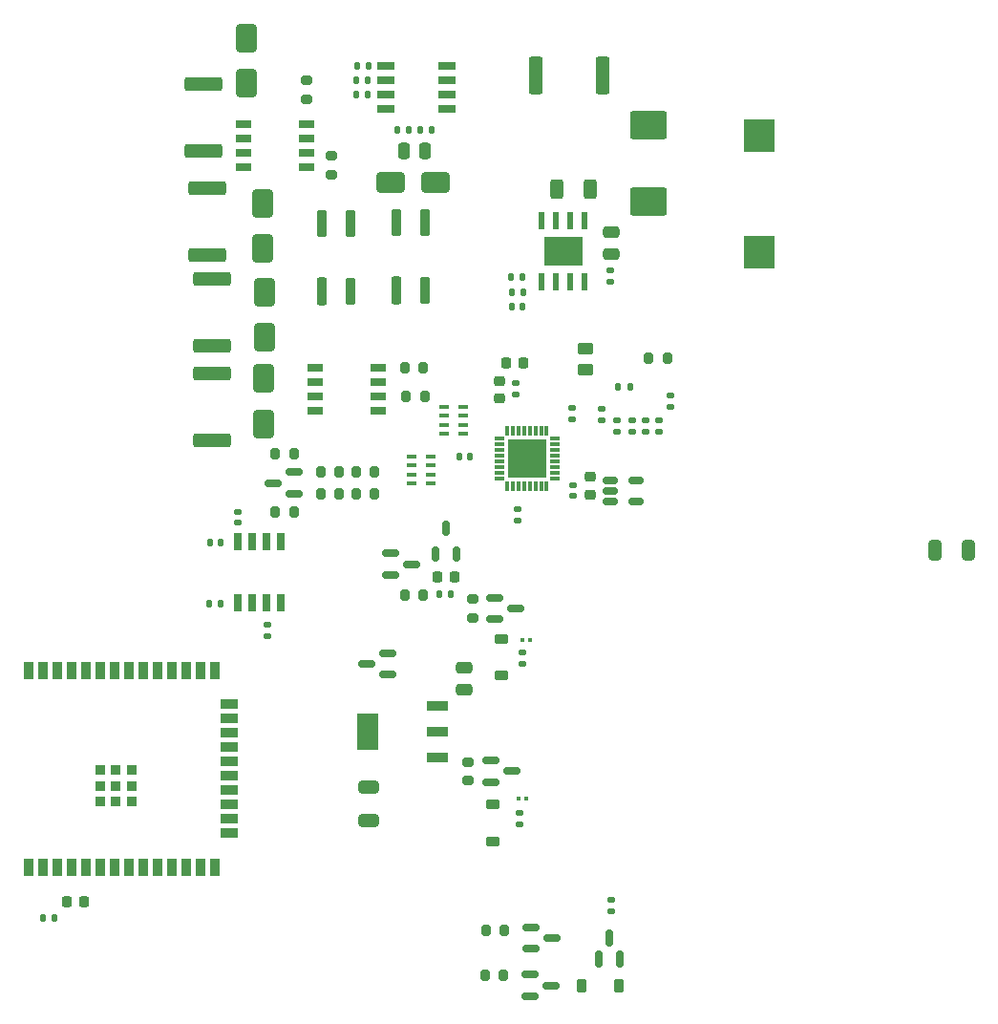
<source format=gbr>
G04 #@! TF.GenerationSoftware,KiCad,Pcbnew,7.0.8*
G04 #@! TF.CreationDate,2023-11-27T13:48:01+01:00*
G04 #@! TF.ProjectId,ESP32-POE-Wiegand-Relay-REV-A,45535033-322d-4504-9f45-2d5769656761,rev?*
G04 #@! TF.SameCoordinates,Original*
G04 #@! TF.FileFunction,Paste,Top*
G04 #@! TF.FilePolarity,Positive*
%FSLAX46Y46*%
G04 Gerber Fmt 4.6, Leading zero omitted, Abs format (unit mm)*
G04 Created by KiCad (PCBNEW 7.0.8) date 2023-11-27 13:48:01*
%MOMM*%
%LPD*%
G01*
G04 APERTURE LIST*
G04 Aperture macros list*
%AMRoundRect*
0 Rectangle with rounded corners*
0 $1 Rounding radius*
0 $2 $3 $4 $5 $6 $7 $8 $9 X,Y pos of 4 corners*
0 Add a 4 corners polygon primitive as box body*
4,1,4,$2,$3,$4,$5,$6,$7,$8,$9,$2,$3,0*
0 Add four circle primitives for the rounded corners*
1,1,$1+$1,$2,$3*
1,1,$1+$1,$4,$5*
1,1,$1+$1,$6,$7*
1,1,$1+$1,$8,$9*
0 Add four rect primitives between the rounded corners*
20,1,$1+$1,$2,$3,$4,$5,0*
20,1,$1+$1,$4,$5,$6,$7,0*
20,1,$1+$1,$6,$7,$8,$9,0*
20,1,$1+$1,$8,$9,$2,$3,0*%
G04 Aperture macros list end*
%ADD10RoundRect,0.250000X1.425000X-0.362500X1.425000X0.362500X-1.425000X0.362500X-1.425000X-0.362500X0*%
%ADD11RoundRect,0.250000X-0.650000X1.000000X-0.650000X-1.000000X0.650000X-1.000000X0.650000X1.000000X0*%
%ADD12RoundRect,0.225000X-0.225000X1.025000X-0.225000X-1.025000X0.225000X-1.025000X0.225000X1.025000X0*%
%ADD13RoundRect,0.225000X-0.225000X0.975000X-0.225000X-0.975000X0.225000X-0.975000X0.225000X0.975000X0*%
%ADD14R,2.790000X2.920000*%
%ADD15RoundRect,0.250000X0.650000X-1.000000X0.650000X1.000000X-0.650000X1.000000X-0.650000X-1.000000X0*%
%ADD16R,0.900000X0.400000*%
%ADD17R,3.400000X3.400000*%
%ADD18R,0.850000X0.300000*%
%ADD19R,0.300000X0.850000*%
%ADD20RoundRect,0.200000X-0.200000X-0.275000X0.200000X-0.275000X0.200000X0.275000X-0.200000X0.275000X0*%
%ADD21RoundRect,0.150000X-0.587500X-0.150000X0.587500X-0.150000X0.587500X0.150000X-0.587500X0.150000X0*%
%ADD22RoundRect,0.150000X0.150000X-0.587500X0.150000X0.587500X-0.150000X0.587500X-0.150000X-0.587500X0*%
%ADD23RoundRect,0.250000X-0.362500X-1.425000X0.362500X-1.425000X0.362500X1.425000X-0.362500X1.425000X0*%
%ADD24RoundRect,0.250000X-1.000000X-0.650000X1.000000X-0.650000X1.000000X0.650000X-1.000000X0.650000X0*%
%ADD25R,1.850000X3.200000*%
%ADD26R,1.850000X0.900000*%
%ADD27RoundRect,0.250000X1.400000X1.000000X-1.400000X1.000000X-1.400000X-1.000000X1.400000X-1.000000X0*%
%ADD28R,1.528000X0.650000*%
%ADD29RoundRect,0.135000X-0.185000X0.135000X-0.185000X-0.135000X0.185000X-0.135000X0.185000X0.135000X0*%
%ADD30RoundRect,0.225000X-0.250000X0.225000X-0.250000X-0.225000X0.250000X-0.225000X0.250000X0.225000X0*%
%ADD31RoundRect,0.079500X0.079500X0.100500X-0.079500X0.100500X-0.079500X-0.100500X0.079500X-0.100500X0*%
%ADD32RoundRect,0.225000X0.375000X-0.225000X0.375000X0.225000X-0.375000X0.225000X-0.375000X-0.225000X0*%
%ADD33RoundRect,0.135000X0.185000X-0.135000X0.185000X0.135000X-0.185000X0.135000X-0.185000X-0.135000X0*%
%ADD34RoundRect,0.135000X-0.135000X-0.185000X0.135000X-0.185000X0.135000X0.185000X-0.135000X0.185000X0*%
%ADD35RoundRect,0.150000X0.150000X-0.512500X0.150000X0.512500X-0.150000X0.512500X-0.150000X-0.512500X0*%
%ADD36RoundRect,0.200000X0.200000X0.275000X-0.200000X0.275000X-0.200000X-0.275000X0.200000X-0.275000X0*%
%ADD37RoundRect,0.250000X-0.650000X0.325000X-0.650000X-0.325000X0.650000X-0.325000X0.650000X0.325000X0*%
%ADD38RoundRect,0.140000X0.170000X-0.140000X0.170000X0.140000X-0.170000X0.140000X-0.170000X-0.140000X0*%
%ADD39RoundRect,0.250000X-0.475000X0.250000X-0.475000X-0.250000X0.475000X-0.250000X0.475000X0.250000X0*%
%ADD40R,0.900000X0.900000*%
%ADD41R,0.900000X1.500000*%
%ADD42R,1.500000X0.900000*%
%ADD43RoundRect,0.250000X-0.450000X0.262500X-0.450000X-0.262500X0.450000X-0.262500X0.450000X0.262500X0*%
%ADD44RoundRect,0.140000X0.140000X0.170000X-0.140000X0.170000X-0.140000X-0.170000X0.140000X-0.170000X0*%
%ADD45RoundRect,0.135000X0.135000X0.185000X-0.135000X0.185000X-0.135000X-0.185000X0.135000X-0.185000X0*%
%ADD46R,1.450000X0.700000*%
%ADD47RoundRect,0.150000X-0.512500X-0.150000X0.512500X-0.150000X0.512500X0.150000X-0.512500X0.150000X0*%
%ADD48RoundRect,0.225000X0.225000X0.250000X-0.225000X0.250000X-0.225000X-0.250000X0.225000X-0.250000X0*%
%ADD49R,0.650000X1.528000*%
%ADD50R,3.510000X2.620000*%
%ADD51R,0.600000X1.600000*%
%ADD52RoundRect,0.150000X0.587500X0.150000X-0.587500X0.150000X-0.587500X-0.150000X0.587500X-0.150000X0*%
%ADD53RoundRect,0.140000X-0.170000X0.140000X-0.170000X-0.140000X0.170000X-0.140000X0.170000X0.140000X0*%
%ADD54RoundRect,0.225000X-0.225000X-0.375000X0.225000X-0.375000X0.225000X0.375000X-0.225000X0.375000X0*%
%ADD55RoundRect,0.200000X0.275000X-0.200000X0.275000X0.200000X-0.275000X0.200000X-0.275000X-0.200000X0*%
%ADD56RoundRect,0.200000X-0.275000X0.200000X-0.275000X-0.200000X0.275000X-0.200000X0.275000X0.200000X0*%
%ADD57RoundRect,0.250000X0.312500X0.625000X-0.312500X0.625000X-0.312500X-0.625000X0.312500X-0.625000X0*%
%ADD58RoundRect,0.140000X-0.140000X-0.170000X0.140000X-0.170000X0.140000X0.170000X-0.140000X0.170000X0*%
%ADD59RoundRect,0.250000X-0.325000X-0.650000X0.325000X-0.650000X0.325000X0.650000X-0.325000X0.650000X0*%
%ADD60RoundRect,0.225000X0.250000X-0.225000X0.250000X0.225000X-0.250000X0.225000X-0.250000X-0.225000X0*%
%ADD61RoundRect,0.250000X0.250000X0.475000X-0.250000X0.475000X-0.250000X-0.475000X0.250000X-0.475000X0*%
%ADD62RoundRect,0.250000X0.475000X-0.250000X0.475000X0.250000X-0.475000X0.250000X-0.475000X-0.250000X0*%
G04 APERTURE END LIST*
D10*
X196450000Y-55387500D03*
X196450000Y-61312500D03*
D11*
X201050000Y-59800000D03*
X201050000Y-55800000D03*
D12*
X206230000Y-48050000D03*
D13*
X208770000Y-48050000D03*
X208770000Y-42050000D03*
X206230000Y-42050000D03*
X212780000Y-41950000D03*
X215320000Y-41950000D03*
X215320000Y-47950000D03*
D12*
X212780000Y-47950000D03*
D14*
X245000000Y-44590000D03*
X245000000Y-34300000D03*
D15*
X199500000Y-25650000D03*
X199500000Y-29650000D03*
X200950000Y-40250000D03*
X200950000Y-44250000D03*
D11*
X201150000Y-48150000D03*
X201150000Y-52150000D03*
D16*
X214150000Y-65100000D03*
X214150000Y-64300000D03*
X214150000Y-63500000D03*
X214150000Y-62700000D03*
X215850000Y-62700000D03*
X215850000Y-63500000D03*
X215850000Y-64300000D03*
X215850000Y-65100000D03*
D17*
X224400000Y-62900000D03*
D18*
X226850000Y-61150000D03*
X226850000Y-61650000D03*
X226850000Y-62150000D03*
X226850000Y-62650000D03*
X226850000Y-63150000D03*
X226850000Y-63650000D03*
X226850000Y-64150000D03*
X226850000Y-64650000D03*
D19*
X226150000Y-65350000D03*
X225650000Y-65350000D03*
X225150000Y-65350000D03*
X224650000Y-65350000D03*
X224150000Y-65350000D03*
X223650000Y-65350000D03*
X223150000Y-65350000D03*
X222650000Y-65350000D03*
D18*
X221950000Y-64650000D03*
X221950000Y-64150000D03*
X221950000Y-63650000D03*
X221950000Y-63150000D03*
X221950000Y-62650000D03*
X221950000Y-62150000D03*
X221950000Y-61650000D03*
X221950000Y-61150000D03*
D19*
X222650000Y-60450000D03*
X223150000Y-60450000D03*
X223650000Y-60450000D03*
X224150000Y-60450000D03*
X224650000Y-60450000D03*
X225150000Y-60450000D03*
X225650000Y-60450000D03*
X226150000Y-60450000D03*
D20*
X215225000Y-75000000D03*
X213575000Y-75000000D03*
D10*
X196500000Y-46937500D03*
X196500000Y-52862500D03*
D21*
X223437500Y-76200000D03*
X221562500Y-77150000D03*
X221562500Y-75250000D03*
D22*
X231700000Y-105400000D03*
X232650000Y-107275000D03*
X230750000Y-107275000D03*
D23*
X231072500Y-28900000D03*
X225147500Y-28900000D03*
D24*
X216300000Y-38400000D03*
X212300000Y-38400000D03*
D25*
X210300000Y-87100000D03*
D26*
X216500000Y-84800000D03*
X216500000Y-87100000D03*
X216500000Y-89400000D03*
D27*
X235200000Y-33300000D03*
X235200000Y-40100000D03*
D28*
X217311000Y-28095000D03*
X217311000Y-29365000D03*
X217311000Y-30635000D03*
X217311000Y-31905000D03*
X211889000Y-31905000D03*
X211889000Y-30635000D03*
X211889000Y-29365000D03*
X211889000Y-28095000D03*
D29*
X223600000Y-68410000D03*
X223600000Y-67390000D03*
D30*
X230000000Y-66075000D03*
X230000000Y-64525000D03*
D31*
X224315000Y-93000000D03*
X223625000Y-93000000D03*
D32*
X221400000Y-93500000D03*
X221400000Y-96800000D03*
D33*
X234900000Y-59500000D03*
X234900000Y-60520000D03*
D34*
X197210000Y-75800000D03*
X196190000Y-75800000D03*
D21*
X223100000Y-90600000D03*
X221225000Y-91550000D03*
X221225000Y-89650000D03*
D29*
X231000000Y-59510000D03*
X231000000Y-58490000D03*
D20*
X215325000Y-57367500D03*
X213675000Y-57367500D03*
D35*
X217200000Y-69062500D03*
X218150000Y-71337500D03*
X216250000Y-71337500D03*
D36*
X209250000Y-66000000D03*
X210900000Y-66000000D03*
D37*
X210400000Y-94975000D03*
X210400000Y-92025000D03*
D38*
X223400000Y-56220000D03*
X223400000Y-57180000D03*
D29*
X201400000Y-78610000D03*
X201400000Y-77590000D03*
D39*
X231910000Y-44750000D03*
X231910000Y-42850000D03*
D36*
X209250000Y-64100000D03*
X210900000Y-64100000D03*
D40*
X187960000Y-91905000D03*
X186560000Y-91905000D03*
X186560000Y-90505000D03*
X187960000Y-90505000D03*
X189360000Y-90505000D03*
X189360000Y-91905000D03*
X189360000Y-93305000D03*
X187960000Y-93305000D03*
X186560000Y-93305000D03*
D41*
X180240000Y-81655000D03*
X181510000Y-81655000D03*
X182780000Y-81655000D03*
X184050000Y-81655000D03*
X185320000Y-81655000D03*
X186590000Y-81655000D03*
X187860000Y-81655000D03*
X189130000Y-81655000D03*
X190400000Y-81655000D03*
X191670000Y-81655000D03*
X192940000Y-81655000D03*
X194210000Y-81655000D03*
X195480000Y-81655000D03*
X196750000Y-81655000D03*
D42*
X198000000Y-84690000D03*
X198000000Y-85960000D03*
X198000000Y-87230000D03*
X198000000Y-88500000D03*
X198000000Y-89770000D03*
X198000000Y-91040000D03*
X198000000Y-92310000D03*
X198000000Y-93580000D03*
X198000000Y-94850000D03*
X198000000Y-96120000D03*
D41*
X196750000Y-99155000D03*
X195480000Y-99155000D03*
X194210000Y-99155000D03*
X192940000Y-99155000D03*
X191670000Y-99155000D03*
X190400000Y-99155000D03*
X189130000Y-99155000D03*
X187860000Y-99155000D03*
X186590000Y-99155000D03*
X185320000Y-99155000D03*
X184050000Y-99155000D03*
X182780000Y-99155000D03*
X181510000Y-99155000D03*
X180240000Y-99155000D03*
D43*
X229600000Y-55012500D03*
X229600000Y-53187500D03*
D38*
X237100000Y-57320000D03*
X237100000Y-58280000D03*
D44*
X218420000Y-62700000D03*
X219380000Y-62700000D03*
D34*
X224050000Y-48130000D03*
X223030000Y-48130000D03*
D20*
X207750000Y-64100000D03*
X206100000Y-64100000D03*
D33*
X232400000Y-59500000D03*
X232400000Y-60520000D03*
D45*
X232500000Y-56500000D03*
X233520000Y-56500000D03*
D46*
X211200000Y-54830000D03*
X211200000Y-56100000D03*
X211200000Y-57370000D03*
X211200000Y-58640000D03*
X205600000Y-58640000D03*
X205600000Y-57370000D03*
X205600000Y-56100000D03*
X205600000Y-54830000D03*
D47*
X234075000Y-64800000D03*
X234075000Y-66700000D03*
X231800000Y-66700000D03*
X231800000Y-65750000D03*
X231800000Y-64800000D03*
D20*
X203737500Y-67650000D03*
X202087500Y-67650000D03*
X222425000Y-104700000D03*
X220775000Y-104700000D03*
D45*
X212880000Y-33800000D03*
X213900000Y-33800000D03*
D48*
X222525000Y-54400000D03*
X224075000Y-54400000D03*
D21*
X214175000Y-72250000D03*
X212300000Y-73200000D03*
X212300000Y-71300000D03*
D49*
X198795000Y-70289000D03*
X200065000Y-70289000D03*
X201335000Y-70289000D03*
X202605000Y-70289000D03*
X202605000Y-75711000D03*
X201335000Y-75711000D03*
X200065000Y-75711000D03*
X198795000Y-75711000D03*
D32*
X222100000Y-78850000D03*
X222100000Y-82150000D03*
D21*
X226537500Y-109600000D03*
X224662500Y-110550000D03*
X224662500Y-108650000D03*
D50*
X227605000Y-44500000D03*
D51*
X229510000Y-47200000D03*
X228240000Y-47200000D03*
X226970000Y-47200000D03*
X225700000Y-47200000D03*
X225700000Y-41800000D03*
X226970000Y-41800000D03*
X228240000Y-41800000D03*
X229510000Y-41800000D03*
D52*
X210162500Y-81100000D03*
X212037500Y-80150000D03*
X212037500Y-82050000D03*
D33*
X231900000Y-102037500D03*
X231900000Y-103057500D03*
D52*
X201875000Y-65050000D03*
X203750000Y-64100000D03*
X203750000Y-66000000D03*
D53*
X198800000Y-68580000D03*
X198800000Y-67620000D03*
D20*
X207750000Y-66000000D03*
X206100000Y-66000000D03*
D54*
X232550000Y-109600000D03*
X229250000Y-109600000D03*
D16*
X217050000Y-60700000D03*
X217050000Y-59900000D03*
X217050000Y-59100000D03*
X217050000Y-58300000D03*
X218750000Y-58300000D03*
X218750000Y-59100000D03*
X218750000Y-59900000D03*
X218750000Y-60700000D03*
D20*
X203725000Y-62500000D03*
X202075000Y-62500000D03*
D45*
X223010000Y-46800000D03*
X224030000Y-46800000D03*
D10*
X196050000Y-38937500D03*
X196050000Y-44862500D03*
D55*
X219600000Y-75375000D03*
X219600000Y-77025000D03*
D33*
X233700000Y-59500000D03*
X233700000Y-60520000D03*
D53*
X228500000Y-66180000D03*
X228500000Y-65220000D03*
D46*
X204900000Y-33295000D03*
X204900000Y-34565000D03*
X204900000Y-35835000D03*
X204900000Y-37105000D03*
X199300000Y-37105000D03*
X199300000Y-35835000D03*
X199300000Y-34565000D03*
X199300000Y-33295000D03*
D34*
X210331000Y-28095000D03*
X209311000Y-28095000D03*
D31*
X224645000Y-79000000D03*
X223955000Y-79000000D03*
D56*
X207100000Y-37725000D03*
X207100000Y-36075000D03*
D29*
X223700000Y-95300000D03*
X223700000Y-94280000D03*
D34*
X210321000Y-30635000D03*
X209301000Y-30635000D03*
D57*
X227085000Y-39000000D03*
X230010000Y-39000000D03*
D29*
X224000000Y-81110000D03*
X224000000Y-80090000D03*
D45*
X216590000Y-74900000D03*
X217610000Y-74900000D03*
D58*
X223990000Y-49450000D03*
X223030000Y-49450000D03*
D20*
X215225000Y-54867500D03*
X213575000Y-54867500D03*
D45*
X214900000Y-33800000D03*
X215920000Y-33800000D03*
D55*
X219200000Y-89800000D03*
X219200000Y-91450000D03*
D20*
X236825000Y-54000000D03*
X235175000Y-54000000D03*
D48*
X216425000Y-73400000D03*
X217975000Y-73400000D03*
D20*
X222325000Y-108700000D03*
X220675000Y-108700000D03*
D59*
X263500000Y-71000000D03*
X260550000Y-71000000D03*
D38*
X228400000Y-58420000D03*
X228400000Y-59380000D03*
D60*
X222000000Y-56025000D03*
X222000000Y-57575000D03*
D61*
X213500000Y-35600000D03*
X215400000Y-35600000D03*
D58*
X197280000Y-70300000D03*
X196320000Y-70300000D03*
D34*
X182510000Y-103600000D03*
X181490000Y-103600000D03*
D48*
X183625000Y-102200000D03*
X185175000Y-102200000D03*
D62*
X218800000Y-81450000D03*
X218800000Y-83350000D03*
D10*
X195700000Y-29687500D03*
X195700000Y-35612500D03*
D55*
X204900000Y-29400000D03*
X204900000Y-31050000D03*
D21*
X226600000Y-105400000D03*
X224725000Y-106350000D03*
X224725000Y-104450000D03*
D33*
X231810000Y-46190000D03*
X231810000Y-47210000D03*
D34*
X210321000Y-29365000D03*
X209301000Y-29365000D03*
D33*
X236100000Y-59510000D03*
X236100000Y-60530000D03*
M02*

</source>
